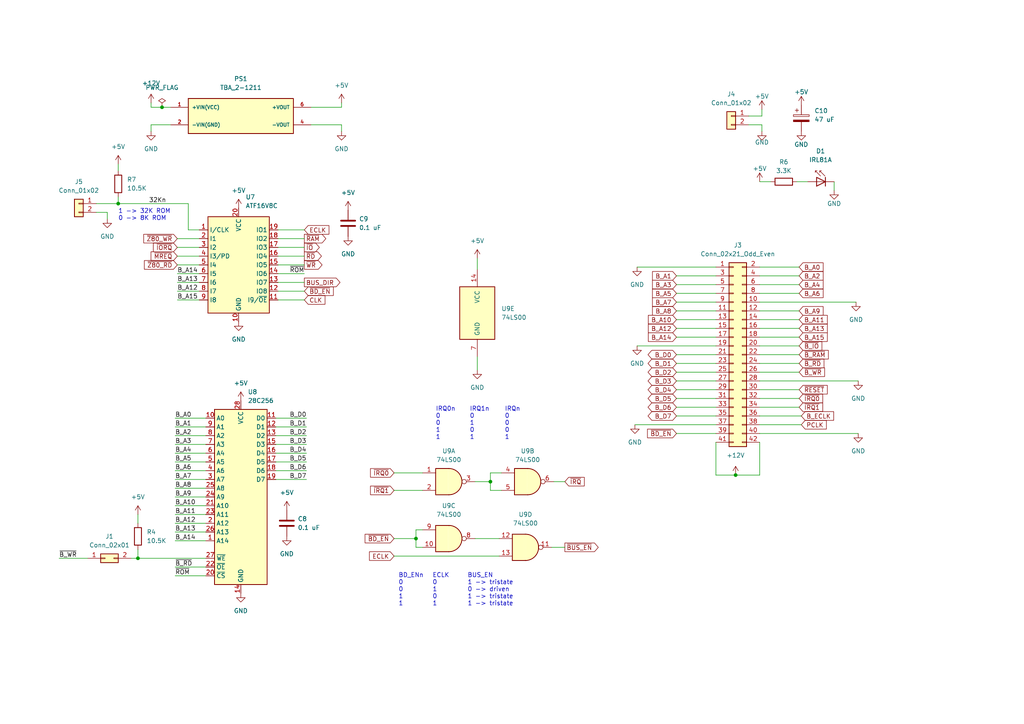
<source format=kicad_sch>
(kicad_sch (version 20211123) (generator eeschema)
  (paper "A4")
  (lib_symbols
    (symbol "0_JDL:ATF16V8C"
      (property "Reference" "U" (at 2.54 16.51 0))
      (property "Value" "ATF16V8C" (at 5.08 13.97 0))
      (symbol "ATF16V8C_0_1"
        (rectangle (start -8.89 12.7) (end 8.89 -15.24) (stroke (width 0.254)) (fill (type background)))
      )
      (symbol "ATF16V8C_1_1"
        (pin input line (at -11.43 8.89 0) (length 2.54) (name "I/CLK") (number "1"))
        (pin power_in line (at 0 -17.78 90) (length 2.54) (name "GND") (number "10"))
        (pin bidirectional line (at 11.43 -11.43 180) (length 2.54) (name "I9/~{OE}") (number "11"))
        (pin bidirectional line (at 11.43 -8.89 180) (length 2.54) (name "IO8") (number "12"))
        (pin bidirectional line (at 11.43 -6.35 180) (length 2.54) (name "IO7") (number "13"))
        (pin bidirectional line (at 11.43 -3.81 180) (length 2.54) (name "IO6") (number "14"))
        (pin bidirectional line (at 11.43 -1.27 180) (length 2.54) (name "IO5") (number "15"))
        (pin bidirectional line (at 11.43 1.27 180) (length 2.54) (name "IO4") (number "16"))
        (pin bidirectional line (at 11.43 3.81 180) (length 2.54) (name "IO3") (number "17"))
        (pin bidirectional line (at 11.43 6.35 180) (length 2.54) (name "IO2") (number "18"))
        (pin bidirectional line (at 11.43 8.89 180) (length 2.54) (name "IO1") (number "19"))
        (pin input line (at -11.43 6.35 0) (length 2.54) (name "I1") (number "2"))
        (pin power_in line (at 0 15.24 270) (length 2.54) (name "VCC") (number "20"))
        (pin input line (at -11.43 3.81 0) (length 2.54) (name "I2") (number "3"))
        (pin input line (at -11.43 1.27 0) (length 2.54) (name "I3/PD") (number "4"))
        (pin input line (at -11.43 -1.27 0) (length 2.54) (name "I4") (number "5"))
        (pin input line (at -11.43 -3.81 0) (length 2.54) (name "I5") (number "6"))
        (pin input line (at -11.43 -6.35 0) (length 2.54) (name "I6") (number "7"))
        (pin input line (at -11.43 -8.89 0) (length 2.54) (name "I7") (number "8"))
        (pin input line (at -11.43 -11.43 0) (length 2.54) (name "I8") (number "9"))
      )
    )
    (symbol "74xx:74LS00" (pin_names (offset 1.016))
      (property "Reference" "U" (at 0 1.27 0))
      (property "Value" "74LS00" (at 0 -1.27 0))
      (symbol "74LS00_1_1"
        (arc (start 0 -3.81) (mid 3.81 0) (end 0 3.81) (stroke (width 0.254)) (fill (type background)))
        (polyline (pts (xy 0 3.81) (xy -3.81 3.81) (xy -3.81 -3.81) (xy 0 -3.81)) (stroke (width 0.254)) (fill (type background)))
        (pin input line (at -7.62 2.54 0) (length 3.81) (name "~") (number "1"))
        (pin input line (at -7.62 -2.54 0) (length 3.81) (name "~") (number "2"))
        (pin output inverted (at 7.62 0 180) (length 3.81) (name "~") (number "3"))
      )
      (symbol "74LS00_1_2"
        (arc (start -3.81 -3.81) (mid -2.589 0) (end -3.81 3.81) (stroke (width 0.254)))
        (arc (start -0.6096 -3.81) (mid 2.1842 -2.5851) (end 3.81 0) (stroke (width 0.254)) (fill (type background)))
        (polyline (pts (xy -3.81 -3.81) (xy -0.635 -3.81)) (stroke (width 0.254)) (fill (type background)))
        (polyline (pts (xy -3.81 3.81) (xy -0.635 3.81)) (stroke (width 0.254)) (fill (type background)))
        (polyline (pts (xy -0.635 3.81) (xy -3.81 3.81) (xy -3.81 3.81) (xy -3.556 3.4036) (xy -3.0226 2.2606) (xy -2.6924 1.0414) (xy -2.6162 -0.254) (xy -2.7686 -1.4986) (xy -3.175 -2.7178) (xy -3.81 -3.81) (xy -3.81 -3.81) (xy -0.635 -3.81)) (stroke (width -25.4)) (fill (type background)))
        (arc (start 3.81 0) (mid 2.1915 2.5936) (end -0.6096 3.81) (stroke (width 0.254)) (fill (type background)))
        (pin input inverted (at -7.62 2.54 0) (length 4.318) (name "~") (number "1"))
        (pin input inverted (at -7.62 -2.54 0) (length 4.318) (name "~") (number "2"))
        (pin output line (at 7.62 0 180) (length 3.81) (name "~") (number "3"))
      )
      (symbol "74LS00_2_1"
        (arc (start 0 -3.81) (mid 3.81 0) (end 0 3.81) (stroke (width 0.254)) (fill (type background)))
        (polyline (pts (xy 0 3.81) (xy -3.81 3.81) (xy -3.81 -3.81) (xy 0 -3.81)) (stroke (width 0.254)) (fill (type background)))
        (pin input line (at -7.62 2.54 0) (length 3.81) (name "~") (number "4"))
        (pin input line (at -7.62 -2.54 0) (length 3.81) (name "~") (number "5"))
        (pin output inverted (at 7.62 0 180) (length 3.81) (name "~") (number "6"))
      )
      (symbol "74LS00_2_2"
        (arc (start -3.81 -3.81) (mid -2.589 0) (end -3.81 3.81) (stroke (width 0.254)))
        (arc (start -0.6096 -3.81) (mid 2.1842 -2.5851) (end 3.81 0) (stroke (width 0.254)) (fill (type background)))
        (polyline (pts (xy -3.81 -3.81) (xy -0.635 -3.81)) (stroke (width 0.254)) (fill (type background)))
        (polyline (pts (xy -3.81 3.81) (xy -0.635 3.81)) (stroke (width 0.254)) (fill (type background)))
        (polyline (pts (xy -0.635 3.81) (xy -3.81 3.81) (xy -3.81 3.81) (xy -3.556 3.4036) (xy -3.0226 2.2606) (xy -2.6924 1.0414) (xy -2.6162 -0.254) (xy -2.7686 -1.4986) (xy -3.175 -2.7178) (xy -3.81 -3.81) (xy -3.81 -3.81) (xy -0.635 -3.81)) (stroke (width -25.4)) (fill (type background)))
        (arc (start 3.81 0) (mid 2.1915 2.5936) (end -0.6096 3.81) (stroke (width 0.254)) (fill (type background)))
        (pin input inverted (at -7.62 2.54 0) (length 4.318) (name "~") (number "4"))
        (pin input inverted (at -7.62 -2.54 0) (length 4.318) (name "~") (number "5"))
        (pin output line (at 7.62 0 180) (length 3.81) (name "~") (number "6"))
      )
      (symbol "74LS00_3_1"
        (arc (start 0 -3.81) (mid 3.81 0) (end 0 3.81) (stroke (width 0.254)) (fill (type background)))
        (polyline (pts (xy 0 3.81) (xy -3.81 3.81) (xy -3.81 -3.81) (xy 0 -3.81)) (stroke (width 0.254)) (fill (type background)))
        (pin input line (at -7.62 -2.54 0) (length 3.81) (name "~") (number "10"))
        (pin output inverted (at 7.62 0 180) (length 3.81) (name "~") (number "8"))
        (pin input line (at -7.62 2.54 0) (length 3.81) (name "~") (number "9"))
      )
      (symbol "74LS00_3_2"
        (arc (start -3.81 -3.81) (mid -2.589 0) (end -3.81 3.81) (stroke (width 0.254)))
        (arc (start -0.6096 -3.81) (mid 2.1842 -2.5851) (end 3.81 0) (stroke (width 0.254)) (fill (type background)))
        (polyline (pts (xy -3.81 -3.81) (xy -0.635 -3.81)) (stroke (width 0.254)) (fill (type background)))
        (polyline (pts (xy -3.81 3.81) (xy -0.635 3.81)) (stroke (width 0.254)) (fill (type background)))
        (polyline (pts (xy -0.635 3.81) (xy -3.81 3.81) (xy -3.81 3.81) (xy -3.556 3.4036) (xy -3.0226 2.2606) (xy -2.6924 1.0414) (xy -2.6162 -0.254) (xy -2.7686 -1.4986) (xy -3.175 -2.7178) (xy -3.81 -3.81) (xy -3.81 -3.81) (xy -0.635 -3.81)) (stroke (width -25.4)) (fill (type background)))
        (arc (start 3.81 0) (mid 2.1915 2.5936) (end -0.6096 3.81) (stroke (width 0.254)) (fill (type background)))
        (pin input inverted (at -7.62 -2.54 0) (length 4.318) (name "~") (number "10"))
        (pin output line (at 7.62 0 180) (length 3.81) (name "~") (number "8"))
        (pin input inverted (at -7.62 2.54 0) (length 4.318) (name "~") (number "9"))
      )
      (symbol "74LS00_4_1"
        (arc (start 0 -3.81) (mid 3.81 0) (end 0 3.81) (stroke (width 0.254)) (fill (type background)))
        (polyline (pts (xy 0 3.81) (xy -3.81 3.81) (xy -3.81 -3.81) (xy 0 -3.81)) (stroke (width 0.254)) (fill (type background)))
        (pin output inverted (at 7.62 0 180) (length 3.81) (name "~") (number "11"))
        (pin input line (at -7.62 2.54 0) (length 3.81) (name "~") (number "12"))
        (pin input line (at -7.62 -2.54 0) (length 3.81) (name "~") (number "13"))
      )
      (symbol "74LS00_4_2"
        (arc (start -3.81 -3.81) (mid -2.589 0) (end -3.81 3.81) (stroke (width 0.254)))
        (arc (start -0.6096 -3.81) (mid 2.1842 -2.5851) (end 3.81 0) (stroke (width 0.254)) (fill (type background)))
        (polyline (pts (xy -3.81 -3.81) (xy -0.635 -3.81)) (stroke (width 0.254)) (fill (type background)))
        (polyline (pts (xy -3.81 3.81) (xy -0.635 3.81)) (stroke (width 0.254)) (fill (type background)))
        (polyline (pts (xy -0.635 3.81) (xy -3.81 3.81) (xy -3.81 3.81) (xy -3.556 3.4036) (xy -3.0226 2.2606) (xy -2.6924 1.0414) (xy -2.6162 -0.254) (xy -2.7686 -1.4986) (xy -3.175 -2.7178) (xy -3.81 -3.81) (xy -3.81 -3.81) (xy -0.635 -3.81)) (stroke (width -25.4)) (fill (type background)))
        (arc (start 3.81 0) (mid 2.1915 2.5936) (end -0.6096 3.81) (stroke (width 0.254)) (fill (type background)))
        (pin output line (at 7.62 0 180) (length 3.81) (name "~") (number "11"))
        (pin input inverted (at -7.62 2.54 0) (length 4.318) (name "~") (number "12"))
        (pin input inverted (at -7.62 -2.54 0) (length 4.318) (name "~") (number "13"))
      )
      (symbol "74LS00_5_0"
        (pin power_in line (at 0 12.7 270) (length 5.08) (name "VCC") (number "14"))
        (pin power_in line (at 0 -12.7 90) (length 5.08) (name "GND") (number "7"))
      )
      (symbol "74LS00_5_1"
        (rectangle (start -5.08 7.62) (end 5.08 -7.62) (stroke (width 0.254)) (fill (type background)))
      )
    )
    (symbol "Connector_Generic:Conn_01x02" (pin_names (offset 1.016) hide)
      (property "Reference" "J" (at 0 2.54 0))
      (property "Value" "Conn_01x02" (at 0 -5.08 0))
      (symbol "Conn_01x02_1_1"
        (rectangle (start -1.27 -2.413) (end 0 -2.667) (stroke (width 0.1524)))
        (rectangle (start -1.27 0.127) (end 0 -0.127) (stroke (width 0.1524)))
        (rectangle (start -1.27 1.27) (end 1.27 -3.81) (stroke (width 0.254)) (fill (type background)))
        (pin passive line (at -5.08 0 0) (length 3.81) (name "Pin_1") (number "1"))
        (pin passive line (at -5.08 -2.54 0) (length 3.81) (name "Pin_2") (number "2"))
      )
    )
    (symbol "Connector_Generic:Conn_02x01" (pin_names (offset 1.016) hide)
      (property "Reference" "J" (at 1.27 2.54 0))
      (property "Value" "Conn_02x01" (at 1.27 -2.54 0))
      (symbol "Conn_02x01_1_1"
        (rectangle (start -1.27 0.127) (end 0 -0.127) (stroke (width 0.1524)))
        (rectangle (start -1.27 1.27) (end 3.81 -1.27) (stroke (width 0.254)) (fill (type background)))
        (rectangle (start 3.81 0.127) (end 2.54 -0.127) (stroke (width 0.1524)))
        (pin passive line (at -5.08 0 0) (length 3.81) (name "Pin_1") (number "1"))
        (pin passive line (at 7.62 0 180) (length 3.81) (name "Pin_2") (number "2"))
      )
    )
    (symbol "Connector_Generic:Conn_02x21_Odd_Even" (pin_names (offset 1.016) hide)
      (property "Reference" "J" (at 1.27 27.94 0))
      (property "Value" "Conn_02x21_Odd_Even" (at 1.27 -27.94 0))
      (symbol "Conn_02x21_Odd_Even_1_1"
        (rectangle (start -1.27 -25.273) (end 0 -25.527) (stroke (width 0.1524)))
        (rectangle (start -1.27 -22.733) (end 0 -22.987) (stroke (width 0.1524)))
        (rectangle (start -1.27 -20.193) (end 0 -20.447) (stroke (width 0.1524)))
        (rectangle (start -1.27 -17.653) (end 0 -17.907) (stroke (width 0.1524)))
        (rectangle (start -1.27 -15.113) (end 0 -15.367) (stroke (width 0.1524)))
        (rectangle (start -1.27 -12.573) (end 0 -12.827) (stroke (width 0.1524)))
        (rectangle (start -1.27 -10.033) (end 0 -10.287) (stroke (width 0.1524)))
        (rectangle (start -1.27 -7.493) (end 0 -7.747) (stroke (width 0.1524)))
        (rectangle (start -1.27 -4.953) (end 0 -5.207) (stroke (width 0.1524)))
        (rectangle (start -1.27 -2.413) (end 0 -2.667) (stroke (width 0.1524)))
        (rectangle (start -1.27 0.127) (end 0 -0.127) (stroke (width 0.1524)))
        (rectangle (start -1.27 2.667) (end 0 2.413) (stroke (width 0.1524)))
        (rectangle (start -1.27 5.207) (end 0 4.953) (stroke (width 0.1524)))
        (rectangle (start -1.27 7.747) (end 0 7.493) (stroke (width 0.1524)))
        (rectangle (start -1.27 10.287) (end 0 10.033) (stroke (width 0.1524)))
        (rectangle (start -1.27 12.827) (end 0 12.573) (stroke (width 0.1524)))
        (rectangle (start -1.27 15.367) (end 0 15.113) (stroke (width 0.1524)))
        (rectangle (start -1.27 17.907) (end 0 17.653) (stroke (width 0.1524)))
        (rectangle (start -1.27 20.447) (end 0 20.193) (stroke (width 0.1524)))
        (rectangle (start -1.27 22.987) (end 0 22.733) (stroke (width 0.1524)))
        (rectangle (start -1.27 25.527) (end 0 25.273) (stroke (width 0.1524)))
        (rectangle (start -1.27 26.67) (end 3.81 -26.67) (stroke (width 0.254)) (fill (type background)))
        (rectangle (start 3.81 -25.273) (end 2.54 -25.527) (stroke (width 0.1524)))
        (rectangle (start 3.81 -22.733) (end 2.54 -22.987) (stroke (width 0.1524)))
        (rectangle (start 3.81 -20.193) (end 2.54 -20.447) (stroke (width 0.1524)))
        (rectangle (start 3.81 -17.653) (end 2.54 -17.907) (stroke (width 0.1524)))
        (rectangle (start 3.81 -15.113) (end 2.54 -15.367) (stroke (width 0.1524)))
        (rectangle (start 3.81 -12.573) (end 2.54 -12.827) (stroke (width 0.1524)))
        (rectangle (start 3.81 -10.033) (end 2.54 -10.287) (stroke (width 0.1524)))
        (rectangle (start 3.81 -7.493) (end 2.54 -7.747) (stroke (width 0.1524)))
        (rectangle (start 3.81 -4.953) (end 2.54 -5.207) (stroke (width 0.1524)))
        (rectangle (start 3.81 -2.413) (end 2.54 -2.667) (stroke (width 0.1524)))
        (rectangle (start 3.81 0.127) (end 2.54 -0.127) (stroke (width 0.1524)))
        (rectangle (start 3.81 2.667) (end 2.54 2.413) (stroke (width 0.1524)))
        (rectangle (start 3.81 5.207) (end 2.54 4.953) (stroke (width 0.1524)))
        (rectangle (start 3.81 7.747) (end 2.54 7.493) (stroke (width 0.1524)))
        (rectangle (start 3.81 10.287) (end 2.54 10.033) (stroke (width 0.1524)))
        (rectangle (start 3.81 12.827) (end 2.54 12.573) (stroke (width 0.1524)))
        (rectangle (start 3.81 15.367) (end 2.54 15.113) (stroke (width 0.1524)))
        (rectangle (start 3.81 17.907) (end 2.54 17.653) (stroke (width 0.1524)))
        (rectangle (start 3.81 20.447) (end 2.54 20.193) (stroke (width 0.1524)))
        (rectangle (start 3.81 22.987) (end 2.54 22.733) (stroke (width 0.1524)))
        (rectangle (start 3.81 25.527) (end 2.54 25.273) (stroke (width 0.1524)))
        (pin passive line (at -5.08 25.4 0) (length 3.81) (name "Pin_1") (number "1"))
        (pin passive line (at 7.62 15.24 180) (length 3.81) (name "Pin_10") (number "10"))
        (pin passive line (at -5.08 12.7 0) (length 3.81) (name "Pin_11") (number "11"))
        (pin passive line (at 7.62 12.7 180) (length 3.81) (name "Pin_12") (number "12"))
        (pin passive line (at -5.08 10.16 0) (length 3.81) (name "Pin_13") (number "13"))
        (pin passive line (at 7.62 10.16 180) (length 3.81) (name "Pin_14") (number "14"))
        (pin passive line (at -5.08 7.62 0) (length 3.81) (name "Pin_15") (number "15"))
        (pin passive line (at 7.62 7.62 180) (length 3.81) (name "Pin_16") (number "16"))
        (pin passive line (at -5.08 5.08 0) (length 3.81) (name "Pin_17") (number "17"))
        (pin passive line (at 7.62 5.08 180) (length 3.81) (name "Pin_18") (number "18"))
        (pin passive line (at -5.08 2.54 0) (length 3.81) (name "Pin_19") (number "19"))
        (pin passive line (at 7.62 25.4 180) (length 3.81) (name "Pin_2") (number "2"))
        (pin passive line (at 7.62 2.54 180) (length 3.81) (name "Pin_20") (number "20"))
        (pin passive line (at -5.08 0 0) (length 3.81) (name "Pin_21") (number "21"))
        (pin passive line (at 7.62 0 180) (length 3.81) (name "Pin_22") (number "22"))
        (pin passive line (at -5.08 -2.54 0) (length 3.81) (name "Pin_23") (number "23"))
        (pin passive line (at 7.62 -2.54 180) (length 3.81) (name "Pin_24") (number "24"))
        (pin passive line (at -5.08 -5.08 0) (length 3.81) (name "Pin_25") (number "25"))
        (pin passive line (at 7.62 -5.08 180) (length 3.81) (name "Pin_26") (number "26"))
        (pin passive line (at -5.08 -7.62 0) (length 3.81) (name "Pin_27") (number "27"))
        (pin passive line (at 7.62 -7.62 180) (length 3.81) (name "Pin_28") (number "28"))
        (pin passive line (at -5.08 -10.16 0) (length 3.81) (name "Pin_29") (number "29"))
        (pin passive line (at -5.08 22.86 0) (length 3.81) (name "Pin_3") (number "3"))
        (pin passive line (at 7.62 -10.16 180) (length 3.81) (name "Pin_30") (number "30"))
        (pin passive line (at -5.08 -12.7 0) (length 3.81) (name "Pin_31") (number "31"))
        (pin passive line (at 7.62 -12.7 180) (length 3.81) (name "Pin_32") (number "32"))
        (pin passive line (at -5.08 -15.24 0) (length 3.81) (name "Pin_33") (number "33"))
        (pin passive line (at 7.62 -15.24 180) (length 3.81) (name "Pin_34") (number "34"))
        (pin passive line (at -5.08 -17.78 0) (length 3.81) (name "Pin_35") (number "35"))
        (pin passive line (at 7.62 -17.78 180) (length 3.81) (name "Pin_36") (number "36"))
        (pin passive line (at -5.08 -20.32 0) (length 3.81) (name "Pin_37") (number "37"))
        (pin passive line (at 7.62 -20.32 180) (length 3.81) (name "Pin_38") (number "38"))
        (pin passive line (at -5.08 -22.86 0) (length 3.81) (name "Pin_39") (number "39"))
        (pin passive line (at 7.62 22.86 180) (length 3.81) (name "Pin_4") (number "4"))
        (pin passive line (at 7.62 -22.86 180) (length 3.81) (name "Pin_40") (number "40"))
        (pin passive line (at -5.08 -25.4 0) (length 3.81) (name "Pin_41") (number "41"))
        (pin passive line (at 7.62 -25.4 180) (length 3.81) (name "Pin_42") (number "42"))
        (pin passive line (at -5.08 20.32 0) (length 3.81) (name "Pin_5") (number "5"))
        (pin passive line (at 7.62 20.32 180) (length 3.81) (name "Pin_6") (number "6"))
        (pin passive line (at -5.08 17.78 0) (length 3.81) (name "Pin_7") (number "7"))
        (pin passive line (at 7.62 17.78 180) (length 3.81) (name "Pin_8") (number "8"))
        (pin passive line (at -5.08 15.24 0) (length 3.81) (name "Pin_9") (number "9"))
      )
    )
    (symbol "Device:C" (pin_numbers hide) (pin_names (offset 0.254))
      (property "Reference" "C" (at 0.635 2.54 0))
      (property "Value" "C" (at 0.635 -2.54 0))
      (symbol "C_0_1"
        (polyline (pts (xy -2.032 -0.762) (xy 2.032 -0.762)) (stroke (width 0.508)))
        (polyline (pts (xy -2.032 0.762) (xy 2.032 0.762)) (stroke (width 0.508)))
      )
      (symbol "C_1_1"
        (pin passive line (at 0 3.81 270) (length 2.794) (name "~") (number "1"))
        (pin passive line (at 0 -3.81 90) (length 2.794) (name "~") (number "2"))
      )
    )
    (symbol "Device:C_Polarized" (pin_numbers hide) (pin_names (offset 0.254))
      (property "Reference" "C" (at 0.635 2.54 0))
      (property "Value" "C_Polarized" (at 0.635 -2.54 0))
      (symbol "C_Polarized_0_1"
        (rectangle (start -2.286 0.508) (end 2.286 1.016))
        (polyline (pts (xy -1.778 2.286) (xy -0.762 2.286)))
        (polyline (pts (xy -1.27 2.794) (xy -1.27 1.778)))
        (rectangle (start 2.286 -0.508) (end -2.286 -1.016) (fill (type outline)))
      )
      (symbol "C_Polarized_1_1"
        (pin passive line (at 0 3.81 270) (length 2.794) (name "~") (number "1"))
        (pin passive line (at 0 -3.81 90) (length 2.794) (name "~") (number "2"))
      )
    )
    (symbol "Device:R" (pin_numbers hide) (pin_names (offset 0))
      (property "Reference" "R" (at 2.032 0 90))
      (property "Value" "R" (at 0 0 90))
      (symbol "R_0_1"
        (rectangle (start -1.016 -2.54) (end 1.016 2.54) (stroke (width 0.254)))
      )
      (symbol "R_1_1"
        (pin passive line (at 0 3.81 270) (length 1.27) (name "~") (number "1"))
        (pin passive line (at 0 -3.81 90) (length 1.27) (name "~") (number "2"))
      )
    )
    (symbol "LED:IRL81A" (pin_numbers hide) (pin_names (offset 1.016) hide)
      (property "Reference" "D" (at 0.508 1.778 0))
      (property "Value" "IRL81A" (at -1.016 -2.794 0))
      (symbol "IRL81A_0_1"
        (polyline (pts (xy -2.54 0) (xy 0 0)))
        (polyline (pts (xy -2.54 1.27) (xy -2.54 -1.27)) (stroke (width 0.254)))
        (polyline (pts (xy 0.381 3.175) (xy -0.127 3.175)))
        (polyline (pts (xy -1.143 1.651) (xy 0.381 3.175) (xy 0.381 2.667)))
        (polyline (pts (xy 0 -1.27) (xy 0 1.27) (xy -2.54 0) (xy 0 -1.27)) (stroke (width 0.254)))
        (polyline (pts (xy -2.413 1.651) (xy -0.889 3.175) (xy -0.889 2.667) (xy -0.889 3.175) (xy -1.397 3.175)))
      )
      (symbol "IRL81A_1_1"
        (pin passive line (at -5.08 0 0) (length 2.54) (name "K") (number "1"))
        (pin passive line (at 2.54 0 180) (length 2.54) (name "A") (number "2"))
      )
    )
    (symbol "Memory_EEPROM:28C256"
      (property "Reference" "U" (at -7.62 26.67 0))
      (property "Value" "28C256" (at 2.54 -26.67 0))
      (symbol "28C256_1_1"
        (rectangle (start -7.62 25.4) (end 7.62 -25.4) (stroke (width 0.254)) (fill (type background)))
        (pin input line (at -10.16 -12.7 0) (length 2.54) (name "A14") (number "1"))
        (pin input line (at -10.16 22.86 0) (length 2.54) (name "A0") (number "10"))
        (pin tri_state line (at 10.16 22.86 180) (length 2.54) (name "D0") (number "11"))
        (pin tri_state line (at 10.16 20.32 180) (length 2.54) (name "D1") (number "12"))
        (pin tri_state line (at 10.16 17.78 180) (length 2.54) (name "D2") (number "13"))
        (pin power_in line (at 0 -27.94 90) (length 2.54) (name "GND") (number "14"))
        (pin tri_state line (at 10.16 15.24 180) (length 2.54) (name "D3") (number "15"))
        (pin tri_state line (at 10.16 12.7 180) (length 2.54) (name "D4") (number "16"))
        (pin tri_state line (at 10.16 10.16 180) (length 2.54) (name "D5") (number "17"))
        (pin tri_state line (at 10.16 7.62 180) (length 2.54) (name "D6") (number "18"))
        (pin tri_state line (at 10.16 5.08 180) (length 2.54) (name "D7") (number "19"))
        (pin input line (at -10.16 -7.62 0) (length 2.54) (name "A12") (number "2"))
        (pin input line (at -10.16 -22.86 0) (length 2.54) (name "~{CS}") (number "20"))
        (pin input line (at -10.16 -2.54 0) (length 2.54) (name "A10") (number "21"))
        (pin input line (at -10.16 -20.32 0) (length 2.54) (name "~{OE}") (number "22"))
        (pin input line (at -10.16 -5.08 0) (length 2.54) (name "A11") (number "23"))
        (pin input line (at -10.16 0 0) (length 2.54) (name "A9") (number "24"))
        (pin input line (at -10.16 2.54 0) (length 2.54) (name "A8") (number "25"))
        (pin input line (at -10.16 -10.16 0) (length 2.54) (name "A13") (number "26"))
        (pin input line (at -10.16 -17.78 0) (length 2.54) (name "~{WE}") (number "27"))
        (pin power_in line (at 0 27.94 270) (length 2.54) (name "VCC") (number "28"))
        (pin input line (at -10.16 5.08 0) (length 2.54) (name "A7") (number "3"))
        (pin input line (at -10.16 7.62 0) (length 2.54) (name "A6") (number "4"))
        (pin input line (at -10.16 10.16 0) (length 2.54) (name "A5") (number "5"))
        (pin input line (at -10.16 12.7 0) (length 2.54) (name "A4") (number "6"))
        (pin input line (at -10.16 15.24 0) (length 2.54) (name "A3") (number "7"))
        (pin input line (at -10.16 17.78 0) (length 2.54) (name "A2") (number "8"))
        (pin input line (at -10.16 20.32 0) (length 2.54) (name "A1") (number "9"))
      )
    )
    (symbol "TBA_2-1211:TBA_2-1211" (pin_names (offset 1.016))
      (property "Reference" "PS1" (at 0 10.795 0))
      (property "Value" "TBA_2-1211" (at 0 8.255 0))
      (symbol "TBA_2-1211_0_0"
        (rectangle (start -15.24 -5.08) (end 15.24 5.08) (stroke (width 0.254)) (fill (type background)))
        (pin power_in line (at -20.32 2.54 0) (length 5.08) (name "+VIN(VCC)") (number "1"))
        (pin power_out line (at -20.32 -2.54 0) (length 5.08) (name "-VIN(GND)") (number "2"))
        (pin power_in line (at 20.32 -2.54 180) (length 5.08) (name "-VOUT") (number "4"))
        (pin power_out line (at 20.32 2.54 180) (length 5.08) (name "+VOUT") (number "6"))
      )
    )
    (symbol "power:+12V" (power) (pin_names (offset 0))
      (property "Value" "+12V" (at 0 3.556 0))
      (symbol "+12V_0_1"
        (polyline (pts (xy -0.762 1.27) (xy 0 2.54)))
        (polyline (pts (xy 0 0) (xy 0 2.54)))
        (polyline (pts (xy 0 2.54) (xy 0.762 1.27)))
      )
      (symbol "+12V_1_1"
        (pin power_in line (at 0 0 90) (length 0) hide (name "+12V") (number "1"))
      )
    )
    (symbol "power:+5V" (power) (pin_names (offset 0))
      (property "Value" "+5V" (at 0 3.556 0))
      (symbol "+5V_0_1"
        (polyline (pts (xy -0.762 1.27) (xy 0 2.54)))
        (polyline (pts (xy 0 0) (xy 0 2.54)))
        (polyline (pts (xy 0 2.54) (xy 0.762 1.27)))
      )
      (symbol "+5V_1_1"
        (pin power_in line (at 0 0 90) (length 0) hide (name "+5V") (number "1"))
      )
    )
    (symbol "power:GND" (power) (pin_names (offset 0))
      (property "Value" "GND" (at 0 -3.81 0))
      (symbol "GND_0_1"
        (polyline (pts (xy 0 0) (xy 0 -1.27) (xy 1.27 -1.27) (xy 0 -2.54) (xy -1.27 -1.27) (xy 0 -1.27)))
      )
      (symbol "GND_1_1"
        (pin power_in line (at 0 0 270) (length 0) hide (name "GND") (number "1"))
      )
    )
    (symbol "power:PWR_FLAG" (power) (pin_numbers hide) (pin_names (offset 0) hide)
      (property "Value" "PWR_FLAG" (at 0 3.81 0))
      (symbol "PWR_FLAG_0_0"
        (pin power_out line (at 0 0 90) (length 0) (name "pwr") (number "1"))
      )
      (symbol "PWR_FLAG_0_1"
        (polyline (pts (xy 0 0) (xy 0 1.27) (xy -1.016 1.905) (xy 0 2.54) (xy 1.016 1.905) (xy 0 1.27)))
      )
    )
  )
  (junction (at 40.005 161.925))
  (junction (at 120.65 156.21))
  (junction (at 34.29 59.055))
  (junction (at 142.24 139.7))
  (junction (at 213.36 137.795))
  (junction (at 46.99 31.115))
  (wire (pts (xy 50.8 151.765) (xy 59.69 151.765)))
  (wire (pts (xy 138.43 103.505) (xy 138.43 107.315)))
  (wire (pts (xy 196.215 125.73) (xy 207.645 125.73)))
  (wire (pts (xy 184.785 77.47) (xy 207.645 77.47)))
  (wire (pts (xy 80.645 71.755) (xy 88.265 71.755)))
  (wire (pts (xy 196.215 90.17) (xy 207.645 90.17)))
  (wire (pts (xy 196.215 120.65) (xy 207.645 120.65)))
  (wire (pts (xy 220.345 120.65) (xy 232.41 120.65)))
  (wire (pts (xy 51.435 79.375) (xy 57.785 79.375)))
  (wire (pts (xy 217.17 36.195) (xy 220.98 36.195)))
  (wire (pts (xy 160.02 158.75) (xy 163.83 158.75)))
  (wire (pts (xy 114.3 142.24) (xy 122.555 142.24)))
  (wire (pts (xy 196.215 97.79) (xy 207.645 97.79)))
  (wire (pts (xy 220.345 102.87) (xy 231.775 102.87)))
  (wire (pts (xy 196.215 115.57) (xy 207.645 115.57)))
  (wire (pts (xy 50.8 167.005) (xy 59.69 167.005)))
  (wire (pts (xy 50.8 126.365) (xy 59.69 126.365)))
  (wire (pts (xy 220.345 125.73) (xy 248.92 125.73)))
  (wire (pts (xy 220.345 113.03) (xy 231.775 113.03)))
  (wire (pts (xy 122.555 153.67) (xy 120.65 153.67)))
  (wire (pts (xy 142.24 142.24) (xy 142.24 139.7)))
  (wire (pts (xy 120.65 158.75) (xy 122.555 158.75)))
  (wire (pts (xy 80.645 69.215) (xy 88.265 69.215)))
  (wire (pts (xy 27.94 59.055) (xy 34.29 59.055)))
  (wire (pts (xy 38.1 161.925) (xy 40.005 161.925)))
  (wire (pts (xy 43.815 31.115) (xy 46.99 31.115)))
  (wire (pts (xy 51.435 76.835) (xy 57.785 76.835)))
  (wire (pts (xy 196.215 110.49) (xy 207.645 110.49)))
  (wire (pts (xy 80.645 79.375) (xy 88.265 79.375)))
  (wire (pts (xy 80.645 84.455) (xy 88.265 84.455)))
  (wire (pts (xy 220.345 128.27) (xy 220.345 137.795)))
  (wire (pts (xy 80.645 81.915) (xy 88.265 81.915)))
  (wire (pts (xy 142.24 137.16) (xy 142.24 139.7)))
  (wire (pts (xy 114.3 161.29) (xy 144.78 161.29)))
  (wire (pts (xy 80.645 66.675) (xy 88.265 66.675)))
  (wire (pts (xy 99.06 29.845) (xy 99.06 31.115)))
  (wire (pts (xy 220.345 82.55) (xy 231.775 82.55)))
  (wire (pts (xy 57.785 66.675) (xy 54.61 66.675)))
  (wire (pts (xy 196.215 85.09) (xy 207.645 85.09)))
  (wire (pts (xy 120.65 153.67) (xy 120.65 156.21)))
  (wire (pts (xy 196.215 102.87) (xy 207.645 102.87)))
  (wire (pts (xy 220.345 110.49) (xy 248.92 110.49)))
  (wire (pts (xy 114.3 137.16) (xy 122.555 137.16)))
  (wire (pts (xy 207.645 137.795) (xy 213.36 137.795)))
  (wire (pts (xy 220.345 118.11) (xy 231.775 118.11)))
  (wire (pts (xy 220.345 52.705) (xy 223.52 52.705)))
  (wire (pts (xy 80.645 86.995) (xy 88.265 86.995)))
  (wire (pts (xy 220.345 100.33) (xy 231.775 100.33)))
  (wire (pts (xy 80.01 128.905) (xy 88.9 128.905)))
  (wire (pts (xy 80.01 139.065) (xy 88.9 139.065)))
  (wire (pts (xy 80.645 74.295) (xy 88.265 74.295)))
  (wire (pts (xy 50.8 128.905) (xy 59.69 128.905)))
  (wire (pts (xy 220.345 115.57) (xy 231.775 115.57)))
  (wire (pts (xy 50.8 136.525) (xy 59.69 136.525)))
  (wire (pts (xy 80.01 121.285) (xy 88.9 121.285)))
  (wire (pts (xy 46.99 31.115) (xy 49.53 31.115)))
  (wire (pts (xy 160.655 139.7) (xy 163.83 139.7)))
  (wire (pts (xy 17.145 161.925) (xy 25.4 161.925)))
  (wire (pts (xy 50.8 144.145) (xy 59.69 144.145)))
  (wire (pts (xy 184.15 123.19) (xy 207.645 123.19)))
  (wire (pts (xy 31.115 61.595) (xy 31.115 63.5)))
  (wire (pts (xy 196.215 118.11) (xy 207.645 118.11)))
  (wire (pts (xy 220.345 90.17) (xy 231.775 90.17)))
  (wire (pts (xy 114.3 156.21) (xy 120.65 156.21)))
  (wire (pts (xy 80.01 126.365) (xy 88.9 126.365)))
  (wire (pts (xy 196.215 87.63) (xy 207.645 87.63)))
  (wire (pts (xy 51.435 69.215) (xy 57.785 69.215)))
  (wire (pts (xy 220.98 38.1) (xy 220.98 36.195)))
  (wire (pts (xy 196.215 113.03) (xy 207.645 113.03)))
  (wire (pts (xy 54.61 59.055) (xy 54.61 66.675)))
  (wire (pts (xy 51.435 81.915) (xy 57.785 81.915)))
  (wire (pts (xy 196.215 92.71) (xy 207.645 92.71)))
  (wire (pts (xy 145.415 137.16) (xy 142.24 137.16)))
  (wire (pts (xy 90.17 36.195) (xy 99.06 36.195)))
  (wire (pts (xy 80.01 133.985) (xy 88.9 133.985)))
  (wire (pts (xy 220.345 107.95) (xy 231.775 107.95)))
  (wire (pts (xy 50.8 131.445) (xy 59.69 131.445)))
  (wire (pts (xy 220.345 105.41) (xy 231.775 105.41)))
  (wire (pts (xy 34.29 59.055) (xy 54.61 59.055)))
  (wire (pts (xy 40.005 149.225) (xy 40.005 151.765)))
  (wire (pts (xy 51.435 86.995) (xy 57.785 86.995)))
  (wire (pts (xy 220.345 80.01) (xy 231.775 80.01)))
  (wire (pts (xy 40.005 159.385) (xy 40.005 161.925)))
  (wire (pts (xy 27.94 61.595) (xy 31.115 61.595)))
  (wire (pts (xy 34.29 47.625) (xy 34.29 49.53)))
  (wire (pts (xy 51.435 84.455) (xy 57.785 84.455)))
  (wire (pts (xy 50.8 133.985) (xy 59.69 133.985)))
  (wire (pts (xy 220.345 92.71) (xy 231.775 92.71)))
  (wire (pts (xy 220.345 85.09) (xy 231.775 85.09)))
  (wire (pts (xy 207.645 128.27) (xy 207.645 137.795)))
  (wire (pts (xy 196.215 82.55) (xy 207.645 82.55)))
  (wire (pts (xy 50.8 164.465) (xy 59.69 164.465)))
  (wire (pts (xy 120.65 156.21) (xy 120.65 158.75)))
  (wire (pts (xy 80.01 136.525) (xy 88.9 136.525)))
  (wire (pts (xy 50.8 149.225) (xy 59.69 149.225)))
  (wire (pts (xy 51.435 74.295) (xy 57.785 74.295)))
  (wire (pts (xy 220.345 77.47) (xy 231.775 77.47)))
  (wire (pts (xy 196.215 105.41) (xy 207.645 105.41)))
  (wire (pts (xy 241.935 52.705) (xy 241.935 55.245)))
  (wire (pts (xy 217.17 33.655) (xy 220.98 33.655)))
  (wire (pts (xy 213.36 137.795) (xy 220.345 137.795)))
  (wire (pts (xy 145.415 142.24) (xy 142.24 142.24)))
  (wire (pts (xy 196.215 107.95) (xy 207.645 107.95)))
  (wire (pts (xy 231.14 52.705) (xy 234.315 52.705)))
  (wire (pts (xy 137.795 139.7) (xy 142.24 139.7)))
  (wire (pts (xy 80.645 76.835) (xy 88.265 76.835)))
  (wire (pts (xy 49.53 36.195) (xy 43.815 36.195)))
  (wire (pts (xy 40.005 161.925) (xy 59.69 161.925)))
  (wire (pts (xy 50.8 156.845) (xy 59.69 156.845)))
  (wire (pts (xy 80.01 131.445) (xy 88.9 131.445)))
  (wire (pts (xy 220.98 33.655) (xy 220.98 31.75)))
  (wire (pts (xy 43.815 36.195) (xy 43.815 38.1)))
  (wire (pts (xy 137.795 156.21) (xy 144.78 156.21)))
  (wire (pts (xy 220.345 87.63) (xy 248.285 87.63)))
  (wire (pts (xy 184.785 100.33) (xy 207.645 100.33)))
  (wire (pts (xy 220.345 123.19) (xy 232.41 123.19)))
  (wire (pts (xy 50.8 121.285) (xy 59.69 121.285)))
  (wire (pts (xy 50.8 154.305) (xy 59.69 154.305)))
  (wire (pts (xy 99.06 36.195) (xy 99.06 38.1)))
  (wire (pts (xy 80.01 123.825) (xy 88.9 123.825)))
  (wire (pts (xy 90.17 31.115) (xy 99.06 31.115)))
  (wire (pts (xy 50.8 146.685) (xy 59.69 146.685)))
  (wire (pts (xy 196.215 95.25) (xy 207.645 95.25)))
  (wire (pts (xy 43.815 29.845) (xy 43.815 31.115)))
  (wire (pts (xy 196.215 80.01) (xy 207.645 80.01)))
  (wire (pts (xy 51.435 71.755) (xy 57.785 71.755)))
  (wire (pts (xy 220.345 97.79) (xy 231.775 97.79)))
  (wire (pts (xy 138.43 74.93) (xy 138.43 78.105)))
  (wire (pts (xy 50.8 139.065) (xy 59.69 139.065)))
  (wire (pts (xy 34.29 57.15) (xy 34.29 59.055)))
  (wire (pts (xy 220.345 95.25) (xy 231.775 95.25)))
  (wire (pts (xy 50.8 123.825) (xy 59.69 123.825)))
  (wire (pts (xy 50.8 141.605) (xy 59.69 141.605)))
  (text "1 -> 32K ROM\n0 -> 8K ROM" (at 34.29 64.135 0) (effects (font (size 1.27 1.27)) (justify left bottom)))
  (text "IRQ0n	IRQ1n	IRQn\n0		0		0\n0		1		0\n1		0		0\n1		1		1" (at 126.365 127.635 0) (effects (font (size 1.27 1.27)) (justify left bottom)))
  (text "BD_ENn	ECLK	BUS_EN\n0		0		1 -> tristate\n0		1		0 -> driven\n1		0		1 -> tristate\n1		1		1 -> tristate" (at 115.57 175.895 0) (effects (font (size 1.27 1.27)) (justify left bottom)))
  (label "32Kn" (at 43.18 59.055 0))
  (label "B_A0" (at 50.8 121.285 0))
  (label "B_D7" (at 88.9 139.065 180))
  (label "B_A15" (at 51.435 86.995 0))
  (label "B_A8" (at 50.8 141.605 0))
  (label "B_A10" (at 50.8 146.685 0))
  (label "B_A9" (at 50.8 144.145 0))
  (label "B_A14" (at 50.8 156.845 0))
  (label "B_D1" (at 88.9 123.825 180))
  (label "B_D0" (at 88.9 121.285 180))
  (label "B_A14" (at 51.435 79.375 0))
  (label "B_A11" (at 50.8 149.225 0))
  (label "B_D5" (at 88.9 133.985 180))
  (label "B_A7" (at 50.8 139.065 0))
  (label "B_D2" (at 88.9 126.365 180))
  (label "B_D6" (at 88.9 136.525 180))
  (label "B_A12" (at 50.8 151.765 0))
  (label "B_A1" (at 50.8 123.825 0))
  (label "B_A5" (at 50.8 133.985 0))
  (label "B_A3" (at 50.8 128.905 0))
  (label "B_A12" (at 51.435 84.455 0))
  (label "~{B_WR}" (at 17.145 161.925 0))
  (label "B_A13" (at 50.8 154.305 0))
  (label "~{ROM}" (at 50.8 167.005 0))
  (label "B_A6" (at 50.8 136.525 0))
  (label "B_D4" (at 88.9 131.445 180))
  (label "B_A13" (at 51.435 81.915 0))
  (label "B_D3" (at 88.9 128.905 180))
  (label "~{B_RD}" (at 50.8 164.465 0))
  (label "B_A2" (at 50.8 126.365 0))
  (label "B_A4" (at 50.8 131.445 0))
  (label "~{ROM}" (at 88.265 79.375 180))
  (global_label "B_A3" (shape input) (at 196.215 82.55 180) (property "Intersheet References" "${INTERSHEET_REFS}" (effects hide)))
  (global_label "B_A12" (shape input) (at 196.215 95.25 180) (property "Intersheet References" "${INTERSHEET_REFS}" (effects hide)))
  (global_label "~{Z80_RD}" (shape input) (at 51.435 76.835 180) (property "Intersheet References" "${INTERSHEET_REFS}" (effects hide)))
  (global_label "~{IRQ1}" (shape input) (at 231.775 118.11 0) (property "Intersheet References" "${INTERSHEET_REFS}" (effects hide)))
  (global_label "BUS_DIR" (shape output) (at 88.265 81.915 0) (property "Intersheet References" "${INTERSHEET_REFS}" (effects hide)))
  (global_label "~{B_IO}" (shape input) (at 231.775 100.33 0) (property "Intersheet References" "${INTERSHEET_REFS}" (effects hide)))
  (global_label "B_A9" (shape input) (at 231.775 90.17 0) (property "Intersheet References" "${INTERSHEET_REFS}" (effects hide)))
  (global_label "B_D3" (shape bidirectional) (at 196.215 110.49 180) (property "Intersheet References" "${INTERSHEET_REFS}" (effects hide)))
  (global_label "B_D7" (shape bidirectional) (at 196.215 120.65 180) (property "Intersheet References" "${INTERSHEET_REFS}" (effects hide)))
  (global_label "B_D6" (shape bidirectional) (at 196.215 118.11 180) (property "Intersheet References" "${INTERSHEET_REFS}" (effects hide)))
  (global_label "CLK" (shape input) (at 88.265 86.995 0) (property "Intersheet References" "${INTERSHEET_REFS}" (effects hide)))
  (global_label "B_ECLK" (shape input) (at 232.41 120.65 0) (property "Intersheet References" "${INTERSHEET_REFS}" (effects hide)))
  (global_label "~{MREQ}" (shape input) (at 51.435 74.295 180) (property "Intersheet References" "${INTERSHEET_REFS}" (effects hide)))
  (global_label "B_A1" (shape input) (at 196.215 80.01 180) (property "Intersheet References" "${INTERSHEET_REFS}" (effects hide)))
  (global_label "~{RD}" (shape output) (at 88.265 74.295 0) (property "Intersheet References" "${INTERSHEET_REFS}" (effects hide)))
  (global_label "B_A4" (shape input) (at 231.775 82.55 0) (property "Intersheet References" "${INTERSHEET_REFS}" (effects hide)))
  (global_label "~{IRQ0}" (shape input) (at 114.3 137.16 180) (property "Intersheet References" "${INTERSHEET_REFS}" (effects hide)))
  (global_label "B_D0" (shape bidirectional) (at 196.215 102.87 180) (property "Intersheet References" "${INTERSHEET_REFS}" (effects hide)))
  (global_label "~{IRQ}" (shape input) (at 163.83 139.7 0) (property "Intersheet References" "${INTERSHEET_REFS}" (effects hide)))
  (global_label "~{IRQ1}" (shape input) (at 114.3 142.24 180) (property "Intersheet References" "${INTERSHEET_REFS}" (effects hide)))
  (global_label "~{IO}" (shape output) (at 88.265 71.755 0) (property "Intersheet References" "${INTERSHEET_REFS}" (effects hide)))
  (global_label "B_A0" (shape input) (at 231.775 77.47 0) (property "Intersheet References" "${INTERSHEET_REFS}" (effects hide)))
  (global_label "ECLK" (shape input) (at 114.3 161.29 180) (property "Intersheet References" "${INTERSHEET_REFS}" (effects hide)))
  (global_label "~{WR}" (shape output) (at 88.265 76.835 0) (property "Intersheet References" "${INTERSHEET_REFS}" (effects hide)))
  (global_label "B_A11" (shape input) (at 231.775 92.71 0) (property "Intersheet References" "${INTERSHEET_REFS}" (effects hide)))
  (global_label "~{RESET}" (shape input) (at 231.775 113.03 0) (property "Intersheet References" "${INTERSHEET_REFS}" (effects hide)))
  (global_label "~{BD_EN}" (shape input) (at 88.265 84.455 0) (property "Intersheet References" "${INTERSHEET_REFS}" (effects hide)))
  (global_label "~{BD_EN}" (shape input) (at 196.215 125.73 180) (property "Intersheet References" "${INTERSHEET_REFS}" (effects hide)))
  (global_label "B_A5" (shape input) (at 196.215 85.09 180) (property "Intersheet References" "${INTERSHEET_REFS}" (effects hide)))
  (global_label "~{IRQ0}" (shape input) (at 231.775 115.57 0) (property "Intersheet References" "${INTERSHEET_REFS}" (effects hide)))
  (global_label "B_A13" (shape input) (at 231.775 95.25 0) (property "Intersheet References" "${INTERSHEET_REFS}" (effects hide)))
  (global_label "~{RAM}" (shape output) (at 88.265 69.215 0) (property "Intersheet References" "${INTERSHEET_REFS}" (effects hide)))
  (global_label "B_A14" (shape input) (at 196.215 97.79 180) (property "Intersheet References" "${INTERSHEET_REFS}" (effects hide)))
  (global_label "B_A6" (shape input) (at 231.775 85.09 0) (property "Intersheet References" "${INTERSHEET_REFS}" (effects hide)))
  (global_label "B_A8" (shape input) (at 196.215 90.17 180) (property "Intersheet References" "${INTERSHEET_REFS}" (effects hide)))
  (global_label "~{B_WR}" (shape input) (at 231.775 107.95 0) (property "Intersheet References" "${INTERSHEET_REFS}" (effects hide)))
  (global_label "B_D4" (shape bidirectional) (at 196.215 113.03 180) (property "Intersheet References" "${INTERSHEET_REFS}" (effects hide)))
  (global_label "~{IORQ}" (shape input) (at 51.435 71.755 180) (property "Intersheet References" "${INTERSHEET_REFS}" (effects hide)))
  (global_label "B_A7" (shape input) (at 196.215 87.63 180) (property "Intersheet References" "${INTERSHEET_REFS}" (effects hide)))
  (global_label "~{BD_EN}" (shape input) (at 114.3 156.21 180) (property "Intersheet References" "${INTERSHEET_REFS}" (effects hide)))
  (global_label "B_D2" (shape bidirectional) (at 196.215 107.95 180) (property "Intersheet References" "${INTERSHEET_REFS}" (effects hide)))
  (global_label "B_D1" (shape bidirectional) (at 196.215 105.41 180) (property "Intersheet References" "${INTERSHEET_REFS}" (effects hide)))
  (global_label "B_A10" (shape input) (at 196.215 92.71 180) (property "Intersheet References" "${INTERSHEET_REFS}" (effects hide)))
  (global_label "~{B_RAM}" (shape input) (at 231.775 102.87 0) (property "Intersheet References" "${INTERSHEET_REFS}" (effects hide)))
  (global_label "~{B_RD}" (shape input) (at 231.775 105.41 0) (property "Intersheet References" "${INTERSHEET_REFS}" (effects hide)))
  (global_label "PCLK" (shape input) (at 232.41 123.19 0) (property "Intersheet References" "${INTERSHEET_REFS}" (effects hide)))
  (global_label "B_D5" (shape bidirectional) (at 196.215 115.57 180) (property "Intersheet References" "${INTERSHEET_REFS}" (effects hide)))
  (global_label "B_A2" (shape input) (at 231.775 80.01 0) (property "Intersheet References" "${INTERSHEET_REFS}" (effects hide)))
  (global_label "B_A15" (shape input) (at 231.775 97.79 0) (property "Intersheet References" "${INTERSHEET_REFS}" (effects hide)))
  (global_label "ECLK" (shape input) (at 88.265 66.675 0) (property "Intersheet References" "${INTERSHEET_REFS}" (effects hide)))
  (global_label "~{BUS_EN}" (shape output) (at 163.83 158.75 0) (property "Intersheet References" "${INTERSHEET_REFS}" (effects hide)))
  (global_label "~{Z80_WR}" (shape input) (at 51.435 69.215 180) (property "Intersheet References" "${INTERSHEET_REFS}" (effects hide)))
  (symbol (lib_id "power:+5V") (at 99.06 29.845 0) (unit 1)
    (property "Reference" "#PWR044" (effects hide))
    (property "Value" "+5V" (at 99.06 24.765 0))
  )
  (symbol (lib_id "power:GND") (at 69.85 172.085 0) (unit 1)
    (property "Reference" "#PWR041" (effects hide))
    (property "Value" "GND" (at 69.85 177.165 0))
  )
  (symbol (lib_id "Connector_Generic:Conn_01x02") (at 212.09 33.655 0) (mirror y) (unit 1)
    (property "Reference" "J4" (at 212.09 27.305 0))
    (property "Value" "Conn_01x02" (at 212.09 29.845 0))
    (property "Footprint" "Connector_PinHeader_2.54mm:PinHeader_1x02_P2.54mm_Vertical" (effects hide))
  )
  (symbol (lib_id "power:GND") (at 184.785 77.47 0) (unit 1)
    (property "Reference" "#PWR054" (effects hide))
    (property "Value" "GND" (at 184.785 82.55 0))
  )
  (symbol (lib_id "power:+5V") (at 220.345 52.705 0) (unit 1)
    (property "Reference" "#PWR060" (effects hide))
    (property "Value" "+5V" (at 220.345 48.895 0))
  )
  (symbol (lib_id "power:GND") (at 99.06 38.1 0) (unit 1)
    (property "Reference" "#PWR045" (effects hide))
    (property "Value" "GND" (at 99.06 43.18 0))
  )
  (symbol (lib_id "power:GND") (at 184.15 123.19 0) (unit 1)
    (property "Reference" "#PWR053" (effects hide))
    (property "Value" "GND" (at 184.15 128.27 0))
  )
  (symbol (lib_id "0_JDL:ATF16V8C") (at 69.215 75.565 0) (unit 1)
    (property "Reference" "U7" (at 71.2344 57.15 0) (effects (justify left)))
    (property "Value" "ATF16V8C" (at 71.2344 59.69 0) (effects (justify left)))
    (property "Footprint" "Package_DIP:DIP-20_W7.62mm" (effects hide))
  )
  (symbol (lib_id "Connector_Generic:Conn_02x01") (at 30.48 161.925 0) (unit 1)
    (property "Reference" "J1" (at 31.75 155.575 0))
    (property "Value" "Conn_02x01" (at 31.75 158.115 0))
    (property "Footprint" "Connector_PinHeader_2.54mm:PinHeader_1x02_P2.54mm_Vertical" (effects hide))
  )
  (symbol (lib_id "74xx:74LS00") (at 138.43 90.805 0) (unit 5)
    (property "Reference" "U9" (at 145.415 89.5349 0) (effects (justify left)))
    (property "Value" "74LS00" (at 145.415 92.0749 0) (effects (justify left)))
    (property "Footprint" "Package_DIP:DIP-14_W7.62mm" (effects hide))
    (property "Datasheet" "http://www.ti.com/lit/gpn/sn74ls00" (effects hide))
  )
  (symbol (lib_id "power:+5V") (at 69.215 60.325 0) (unit 1)
    (property "Reference" "#PWR038" (effects hide))
    (property "Value" "+5V" (at 69.215 55.245 0))
  )
  (symbol (lib_id "power:GND") (at 248.285 87.63 0) (unit 1)
    (property "Reference" "#PWR064" (effects hide))
    (property "Value" "GND" (at 248.285 92.71 0))
  )
  (symbol (lib_id "power:GND") (at 100.965 68.58 0) (unit 1)
    (property "Reference" "#PWR047" (effects hide))
    (property "Value" "GND" (at 100.965 73.66 0))
  )
  (symbol (lib_id "Device:R") (at 227.33 52.705 90) (unit 1)
    (property "Reference" "R6" (at 227.33 46.99 90))
    (property "Value" "3.3K" (at 227.33 49.53 90))
    (property "Footprint" "Resistor_THT:R_Axial_DIN0207_L6.3mm_D2.5mm_P10.16mm_Horizontal" (effects hide))
  )
  (symbol (lib_id "power:GND") (at 184.785 100.33 0) (unit 1)
    (property "Reference" "#PWR055" (effects hide))
    (property "Value" "GND" (at 184.785 105.41 0))
  )
  (symbol (lib_id "74xx:74LS00") (at 130.175 156.21 0) (unit 3)
    (property "Reference" "U9" (at 130.175 146.685 0))
    (property "Value" "74LS00" (at 130.175 149.225 0))
    (property "Footprint" "Package_DIP:DIP-14_W7.62mm" (effects hide))
    (property "Datasheet" "http://www.ti.com/lit/gpn/sn74ls00" (effects hide))
  )
  (symbol (lib_id "power:GND") (at 31.115 63.5 0) (unit 1)
    (property "Reference" "#PWR037" (effects hide))
    (property "Value" "GND" (at 31.115 68.58 0))
  )
  (symbol (lib_id "Connector_Generic:Conn_02x21_Odd_Even") (at 212.725 102.87 0) (unit 1)
    (property "Reference" "J3" (at 213.995 71.12 0))
    (property "Value" "Conn_02x21_Odd_Even" (at 213.995 73.66 0))
    (property "Footprint" "Connector_PinHeader_2.54mm:PinHeader_2x21_P2.54mm_Vertical" (effects hide))
  )
  (symbol (lib_id "74xx:74LS00") (at 153.035 139.7 0) (unit 2)
    (property "Reference" "U9" (at 153.035 130.81 0))
    (property "Value" "74LS00" (at 153.035 133.35 0))
    (property "Footprint" "Package_DIP:DIP-14_W7.62mm" (effects hide))
    (property "Datasheet" "http://www.ti.com/lit/gpn/sn74ls00" (effects hide))
  )
  (symbol (lib_id "power:+12V") (at 43.815 29.845 0) (unit 1)
    (property "Reference" "#PWR035" (effects hide))
    (property "Value" "+12V" (at 43.815 24.13 0))
  )
  (symbol (lib_id "Device:C") (at 83.185 151.765 0) (unit 1)
    (property "Reference" "C8" (at 86.36 150.4949 0) (effects (justify left)))
    (property "Value" "0.1 uF" (at 86.36 153.0349 0) (effects (justify left)))
    (property "Footprint" "Capacitor_THT:C_Rect_L7.2mm_W3.0mm_P5.00mm_FKS2_FKP2_MKS2_MKP2" (effects hide))
  )
  (symbol (lib_id "power:GND") (at 69.215 93.345 0) (unit 1)
    (property "Reference" "#PWR039" (effects hide))
    (property "Value" "GND" (at 69.215 98.425 0))
  )
  (symbol (lib_id "power:+5V") (at 220.98 31.75 0) (unit 1)
    (property "Reference" "#PWR058" (effects hide))
    (property "Value" "+5V" (at 220.98 27.94 0))
  )
  (symbol (lib_id "power:+5V") (at 83.185 147.955 0) (unit 1)
    (property "Reference" "#PWR042" (effects hide))
    (property "Value" "+5V" (at 83.185 142.875 0))
  )
  (symbol (lib_id "power:GND") (at 220.98 38.1 0) (unit 1)
    (property "Reference" "#PWR057" (effects hide))
    (property "Value" "GND" (at 220.98 41.275 0))
  )
  (symbol (lib_id "power:GND") (at 83.185 155.575 0) (unit 1)
    (property "Reference" "#PWR043" (effects hide))
    (property "Value" "GND" (at 83.185 160.655 0))
  )
  (symbol (lib_id "74xx:74LS00") (at 130.175 139.7 0) (unit 1)
    (property "Reference" "U9" (at 130.175 130.81 0))
    (property "Value" "74LS00" (at 130.175 133.35 0))
    (property "Footprint" "Package_DIP:DIP-14_W7.62mm" (effects hide))
    (property "Datasheet" "http://www.ti.com/lit/gpn/sn74ls00" (effects hide))
  )
  (symbol (lib_id "power:+5V") (at 138.43 74.93 0) (unit 1)
    (property "Reference" "#PWR051" (effects hide))
    (property "Value" "+5V" (at 138.43 69.85 0))
  )
  (symbol (lib_id "power:+5V") (at 40.005 149.225 0) (unit 1)
    (property "Reference" "#PWR010" (effects hide))
    (property "Value" "+5V" (at 40.005 144.145 0))
  )
  (symbol (lib_id "power:GND") (at 248.92 125.73 0) (unit 1)
    (property "Reference" "#PWR066" (effects hide))
    (property "Value" "GND" (at 248.92 130.81 0))
  )
  (symbol (lib_id "power:PWR_FLAG") (at 46.99 31.115 0) (unit 1)
    (property "Reference" "#FLG01" (effects hide))
    (property "Value" "PWR_FLAG" (at 46.99 25.4 0))
  )
  (symbol (lib_id "Device:C") (at 100.965 64.77 0) (unit 1)
    (property "Reference" "C9" (at 104.14 63.4999 0) (effects (justify left)))
    (property "Value" "0.1 uF" (at 104.14 66.0399 0) (effects (justify left)))
    (property "Footprint" "Capacitor_THT:C_Rect_L7.2mm_W3.0mm_P5.00mm_FKS2_FKP2_MKS2_MKP2" (effects hide))
  )
  (symbol (lib_id "power:GND") (at 241.935 55.245 0) (unit 1)
    (property "Reference" "#PWR063" (effects hide))
    (property "Value" "GND" (at 241.935 59.055 0))
  )
  (symbol (lib_id "power:GND") (at 232.41 38.1 0) (unit 1)
    (property "Reference" "#PWR062" (effects hide))
    (property "Value" "GND" (at 232.41 41.91 0))
  )
  (symbol (lib_id "power:+5V") (at 34.29 47.625 0) (unit 1)
    (property "Reference" "#PWR048" (effects hide))
    (property "Value" "+5V" (at 34.29 42.545 0))
  )
  (symbol (lib_id "power:+12V") (at 213.36 137.795 0) (unit 1)
    (property "Reference" "#PWR059" (effects hide))
    (property "Value" "+12V" (at 213.36 132.08 0))
  )
  (symbol (lib_id "LED:IRL81A") (at 236.855 52.705 0) (mirror y) (unit 1)
    (property "Reference" "D1" (at 237.998 43.815 0))
    (property "Value" "IRL81A" (at 237.998 46.355 0))
    (property "Footprint" "LED_THT:LED_D5.0mm" (effects hide))
    (property "Datasheet" "http://www.osram-os.com/Graphics/XPic0/00203825_0.pdf" (effects hide))
  )
  (symbol (lib_id "power:GND") (at 43.815 38.1 0) (unit 1)
    (property "Reference" "#PWR036" (effects hide))
    (property "Value" "GND" (at 43.815 43.18 0))
  )
  (symbol (lib_id "power:+5V") (at 232.41 30.48 0) (unit 1)
    (property "Reference" "#PWR061" (effects hide))
    (property "Value" "+5V" (at 232.41 26.67 0))
  )
  (symbol (lib_id "power:GND") (at 248.92 110.49 0) (unit 1)
    (property "Reference" "#PWR065" (effects hide))
    (property "Value" "GND" (at 248.92 115.57 0))
  )
  (symbol (lib_id "Memory_EEPROM:28C256") (at 69.85 144.145 0) (unit 1)
    (property "Reference" "U8" (at 71.8694 113.665 0) (effects (justify left)))
    (property "Value" "28C256" (at 71.8694 116.205 0) (effects (justify left)))
    (property "Footprint" "Package_DIP:DIP-28_W15.24mm" (effects hide))
    (property "Datasheet" "http://ww1.microchip.com/downloads/en/DeviceDoc/doc0006.pdf" (effects hide))
  )
  (symbol (lib_id "power:+5V") (at 69.85 116.205 0) (unit 1)
    (property "Reference" "#PWR040" (effects hide))
    (property "Value" "+5V" (at 69.85 111.125 0))
  )
  (symbol (lib_id "Connector_Generic:Conn_01x02") (at 22.86 59.055 0) (mirror y) (unit 1)
    (property "Reference" "J5" (at 22.86 52.705 0))
    (property "Value" "Conn_01x02" (at 22.86 55.245 0))
    (property "Footprint" "Connector_PinHeader_2.54mm:PinHeader_1x02_P2.54mm_Vertical" (effects hide))
  )
  (symbol (lib_id "74xx:74LS00") (at 152.4 158.75 0) (unit 4)
    (property "Reference" "U9" (at 152.4 149.225 0))
    (property "Value" "74LS00" (at 152.4 151.765 0))
    (property "Footprint" "Package_DIP:DIP-14_W7.62mm" (effects hide))
    (property "Datasheet" "http://www.ti.com/lit/gpn/sn74ls00" (effects hide))
  )
  (symbol (lib_id "Device:R") (at 34.29 53.34 180) (unit 1)
    (property "Reference" "R7" (at 36.83 52.0699 0) (effects (justify right)))
    (property "Value" "10.5K" (at 36.83 54.6099 0) (effects (justify right)))
    (property "Footprint" "Resistor_THT:R_Axial_DIN0207_L6.3mm_D2.5mm_P10.16mm_Horizontal" (effects hide))
  )
  (symbol (lib_id "power:GND") (at 138.43 107.315 0) (unit 1)
    (property "Reference" "#PWR052" (effects hide))
    (property "Value" "GND" (at 138.43 112.395 0))
  )
  (symbol (lib_id "TBA_2-1211:TBA_2-1211") (at 69.85 33.655 0) (unit 1)
    (property "Reference" "PS1" (at 69.85 22.86 0))
    (property "Value" "TBA_2-1211" (at 69.85 25.4 0))
    (property "Footprint" "CONV_TBA_2-1211" (effects hide))
    (property "MANUFACTURER" "Traco Power" (effects hide))
    (property "STANDARD" "Manufacturer Recommendation" (effects hide))
    (property "PARTREV" "April 19, 2021" (effects hide))
    (property "MAXIMUM_PACKAGE_HEIGHT" "10.2mm" (effects hide))
  )
  (symbol (lib_id "power:+5V") (at 100.965 60.96 0) (unit 1)
    (property "Reference" "#PWR046" (effects hide))
    (property "Value" "+5V" (at 100.965 55.88 0))
  )
  (symbol (lib_id "Device:C_Polarized") (at 232.41 34.29 0) (unit 1)
    (property "Reference" "C10" (at 236.22 32.1309 0) (effects (justify left)))
    (property "Value" "47 uF" (at 236.22 34.6709 0) (effects (justify left)))
    (property "Footprint" "Capacitor_THT:CP_Radial_D5.0mm_P2.00mm" (effects hide))
  )
  (symbol (lib_id "Device:R") (at 40.005 155.575 180) (unit 1)
    (property "Reference" "R4" (at 42.545 154.3049 0) (effects (justify right)))
    (property "Value" "10.5K" (at 42.545 156.8449 0) (effects (justify right)))
    (property "Footprint" "Resistor_THT:R_Axial_DIN0207_L6.3mm_D2.5mm_P10.16mm_Horizontal" (effects hide))
  )
)
</source>
